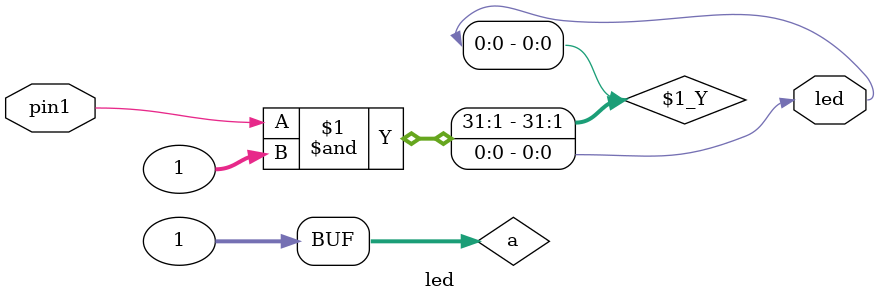
<source format=v>
`timescale 1ns / 1ps
module led(
    input pin1,
    output led
    );
integer a = 1;

assign led = (pin1 & a);

endmodule

</source>
